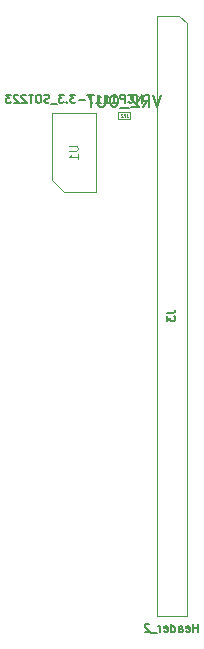
<source format=gbr>
G04 #@! TF.GenerationSoftware,KiCad,Pcbnew,(5.99.0-11673-ga90656900a)*
G04 #@! TF.CreationDate,2021-08-26T12:12:16+05:30*
G04 #@! TF.ProjectId,Mitayi-Pico-RP2040,4d697461-7969-42d5-9069-636f2d525032,0.1*
G04 #@! TF.SameCoordinates,Original*
G04 #@! TF.FileFunction,AssemblyDrawing,Bot*
%FSLAX46Y46*%
G04 Gerber Fmt 4.6, Leading zero omitted, Abs format (unit mm)*
G04 Created by KiCad (PCBNEW (5.99.0-11673-ga90656900a)) date 2021-08-26 12:12:16*
%MOMM*%
%LPD*%
G01*
G04 APERTURE LIST*
%ADD10C,0.150000*%
%ADD11C,0.120000*%
%ADD12C,0.040000*%
%ADD13C,0.100000*%
G04 APERTURE END LIST*
D10*
X155863333Y-72416666D02*
X155863333Y-71716666D01*
X155463333Y-72416666D01*
X155463333Y-71716666D01*
X154730000Y-72350000D02*
X154763333Y-72383333D01*
X154863333Y-72416666D01*
X154930000Y-72416666D01*
X155030000Y-72383333D01*
X155096666Y-72316666D01*
X155130000Y-72250000D01*
X155163333Y-72116666D01*
X155163333Y-72016666D01*
X155130000Y-71883333D01*
X155096666Y-71816666D01*
X155030000Y-71750000D01*
X154930000Y-71716666D01*
X154863333Y-71716666D01*
X154763333Y-71750000D01*
X154730000Y-71783333D01*
X154430000Y-72416666D02*
X154430000Y-71716666D01*
X154163333Y-71716666D01*
X154096666Y-71750000D01*
X154063333Y-71783333D01*
X154030000Y-71850000D01*
X154030000Y-71950000D01*
X154063333Y-72016666D01*
X154096666Y-72050000D01*
X154163333Y-72083333D01*
X154430000Y-72083333D01*
X153363333Y-72416666D02*
X153763333Y-72416666D01*
X153563333Y-72416666D02*
X153563333Y-71716666D01*
X153630000Y-71816666D01*
X153696666Y-71883333D01*
X153763333Y-71916666D01*
X152696666Y-72416666D02*
X153096666Y-72416666D01*
X152896666Y-72416666D02*
X152896666Y-71716666D01*
X152963333Y-71816666D01*
X153030000Y-71883333D01*
X153096666Y-71916666D01*
X152030000Y-72416666D02*
X152430000Y-72416666D01*
X152230000Y-72416666D02*
X152230000Y-71716666D01*
X152296666Y-71816666D01*
X152363333Y-71883333D01*
X152430000Y-71916666D01*
X151796666Y-71716666D02*
X151330000Y-71716666D01*
X151630000Y-72416666D01*
X151063333Y-72150000D02*
X150530000Y-72150000D01*
X150263333Y-71716666D02*
X149830000Y-71716666D01*
X150063333Y-71983333D01*
X149963333Y-71983333D01*
X149896666Y-72016666D01*
X149863333Y-72050000D01*
X149830000Y-72116666D01*
X149830000Y-72283333D01*
X149863333Y-72350000D01*
X149896666Y-72383333D01*
X149963333Y-72416666D01*
X150163333Y-72416666D01*
X150230000Y-72383333D01*
X150263333Y-72350000D01*
X149530000Y-72350000D02*
X149496666Y-72383333D01*
X149530000Y-72416666D01*
X149563333Y-72383333D01*
X149530000Y-72350000D01*
X149530000Y-72416666D01*
X149263333Y-71716666D02*
X148830000Y-71716666D01*
X149063333Y-71983333D01*
X148963333Y-71983333D01*
X148896666Y-72016666D01*
X148863333Y-72050000D01*
X148830000Y-72116666D01*
X148830000Y-72283333D01*
X148863333Y-72350000D01*
X148896666Y-72383333D01*
X148963333Y-72416666D01*
X149163333Y-72416666D01*
X149230000Y-72383333D01*
X149263333Y-72350000D01*
X148696666Y-72483333D02*
X148163333Y-72483333D01*
X148030000Y-72383333D02*
X147930000Y-72416666D01*
X147763333Y-72416666D01*
X147696666Y-72383333D01*
X147663333Y-72350000D01*
X147630000Y-72283333D01*
X147630000Y-72216666D01*
X147663333Y-72150000D01*
X147696666Y-72116666D01*
X147763333Y-72083333D01*
X147896666Y-72050000D01*
X147963333Y-72016666D01*
X147996666Y-71983333D01*
X148030000Y-71916666D01*
X148030000Y-71850000D01*
X147996666Y-71783333D01*
X147963333Y-71750000D01*
X147896666Y-71716666D01*
X147730000Y-71716666D01*
X147630000Y-71750000D01*
X147196666Y-71716666D02*
X147063333Y-71716666D01*
X146996666Y-71750000D01*
X146930000Y-71816666D01*
X146896666Y-71950000D01*
X146896666Y-72183333D01*
X146930000Y-72316666D01*
X146996666Y-72383333D01*
X147063333Y-72416666D01*
X147196666Y-72416666D01*
X147263333Y-72383333D01*
X147330000Y-72316666D01*
X147363333Y-72183333D01*
X147363333Y-71950000D01*
X147330000Y-71816666D01*
X147263333Y-71750000D01*
X147196666Y-71716666D01*
X146696666Y-71716666D02*
X146296666Y-71716666D01*
X146496666Y-72416666D02*
X146496666Y-71716666D01*
X146096666Y-71783333D02*
X146063333Y-71750000D01*
X145996666Y-71716666D01*
X145830000Y-71716666D01*
X145763333Y-71750000D01*
X145730000Y-71783333D01*
X145696666Y-71850000D01*
X145696666Y-71916666D01*
X145730000Y-72016666D01*
X146130000Y-72416666D01*
X145696666Y-72416666D01*
X145430000Y-71783333D02*
X145396666Y-71750000D01*
X145330000Y-71716666D01*
X145163333Y-71716666D01*
X145096666Y-71750000D01*
X145063333Y-71783333D01*
X145030000Y-71850000D01*
X145030000Y-71916666D01*
X145063333Y-72016666D01*
X145463333Y-72416666D01*
X145030000Y-72416666D01*
X144796666Y-71716666D02*
X144363333Y-71716666D01*
X144596666Y-71983333D01*
X144496666Y-71983333D01*
X144430000Y-72016666D01*
X144396666Y-72050000D01*
X144363333Y-72116666D01*
X144363333Y-72283333D01*
X144396666Y-72350000D01*
X144430000Y-72383333D01*
X144496666Y-72416666D01*
X144696666Y-72416666D01*
X144763333Y-72383333D01*
X144796666Y-72350000D01*
D11*
X149746666Y-76066666D02*
X150313333Y-76066666D01*
X150380000Y-76100000D01*
X150413333Y-76133333D01*
X150446666Y-76200000D01*
X150446666Y-76333333D01*
X150413333Y-76400000D01*
X150380000Y-76433333D01*
X150313333Y-76466666D01*
X149746666Y-76466666D01*
X150446666Y-77166666D02*
X150446666Y-76766666D01*
X150446666Y-76966666D02*
X149746666Y-76966666D01*
X149846666Y-76900000D01*
X149913333Y-76833333D01*
X149946666Y-76766666D01*
D10*
X157519047Y-71772380D02*
X157185714Y-72772380D01*
X156852380Y-71772380D01*
X155947619Y-72772380D02*
X156280952Y-72296190D01*
X156519047Y-72772380D02*
X156519047Y-71772380D01*
X156138095Y-71772380D01*
X156042857Y-71820000D01*
X155995238Y-71867619D01*
X155947619Y-71962857D01*
X155947619Y-72105714D01*
X155995238Y-72200952D01*
X156042857Y-72248571D01*
X156138095Y-72296190D01*
X156519047Y-72296190D01*
X155566666Y-71867619D02*
X155519047Y-71820000D01*
X155423809Y-71772380D01*
X155185714Y-71772380D01*
X155090476Y-71820000D01*
X155042857Y-71867619D01*
X154995238Y-71962857D01*
X154995238Y-72058095D01*
X155042857Y-72200952D01*
X155614285Y-72772380D01*
X154995238Y-72772380D01*
X154804761Y-72867619D02*
X154042857Y-72867619D01*
X153614285Y-71772380D02*
X153423809Y-71772380D01*
X153328571Y-71820000D01*
X153233333Y-71915238D01*
X153185714Y-72105714D01*
X153185714Y-72439047D01*
X153233333Y-72629523D01*
X153328571Y-72724761D01*
X153423809Y-72772380D01*
X153614285Y-72772380D01*
X153709523Y-72724761D01*
X153804761Y-72629523D01*
X153852380Y-72439047D01*
X153852380Y-72105714D01*
X153804761Y-71915238D01*
X153709523Y-71820000D01*
X153614285Y-71772380D01*
X152757142Y-71772380D02*
X152757142Y-72581904D01*
X152709523Y-72677142D01*
X152661904Y-72724761D01*
X152566666Y-72772380D01*
X152376190Y-72772380D01*
X152280952Y-72724761D01*
X152233333Y-72677142D01*
X152185714Y-72581904D01*
X152185714Y-71772380D01*
X151852380Y-71772380D02*
X151280952Y-71772380D01*
X151566666Y-72772380D02*
X151566666Y-71772380D01*
D12*
X154616666Y-73347619D02*
X154616666Y-73533333D01*
X154629047Y-73570476D01*
X154653809Y-73595238D01*
X154690952Y-73607619D01*
X154715714Y-73607619D01*
X154492857Y-73607619D02*
X154492857Y-73347619D01*
X154393809Y-73347619D01*
X154369047Y-73360000D01*
X154356666Y-73372380D01*
X154344285Y-73397142D01*
X154344285Y-73434285D01*
X154356666Y-73459047D01*
X154369047Y-73471428D01*
X154393809Y-73483809D01*
X154492857Y-73483809D01*
X154245238Y-73372380D02*
X154232857Y-73360000D01*
X154208095Y-73347619D01*
X154146190Y-73347619D01*
X154121428Y-73360000D01*
X154109047Y-73372380D01*
X154096666Y-73397142D01*
X154096666Y-73421904D01*
X154109047Y-73459047D01*
X154257619Y-73607619D01*
X154096666Y-73607619D01*
D10*
X160650000Y-117206666D02*
X160650000Y-116506666D01*
X160650000Y-116840000D02*
X160250000Y-116840000D01*
X160250000Y-117206666D02*
X160250000Y-116506666D01*
X159650000Y-117173333D02*
X159716666Y-117206666D01*
X159850000Y-117206666D01*
X159916666Y-117173333D01*
X159950000Y-117106666D01*
X159950000Y-116840000D01*
X159916666Y-116773333D01*
X159850000Y-116740000D01*
X159716666Y-116740000D01*
X159650000Y-116773333D01*
X159616666Y-116840000D01*
X159616666Y-116906666D01*
X159950000Y-116973333D01*
X159016666Y-117206666D02*
X159016666Y-116840000D01*
X159050000Y-116773333D01*
X159116666Y-116740000D01*
X159250000Y-116740000D01*
X159316666Y-116773333D01*
X159016666Y-117173333D02*
X159083333Y-117206666D01*
X159250000Y-117206666D01*
X159316666Y-117173333D01*
X159350000Y-117106666D01*
X159350000Y-117040000D01*
X159316666Y-116973333D01*
X159250000Y-116940000D01*
X159083333Y-116940000D01*
X159016666Y-116906666D01*
X158383333Y-117206666D02*
X158383333Y-116506666D01*
X158383333Y-117173333D02*
X158450000Y-117206666D01*
X158583333Y-117206666D01*
X158650000Y-117173333D01*
X158683333Y-117140000D01*
X158716666Y-117073333D01*
X158716666Y-116873333D01*
X158683333Y-116806666D01*
X158650000Y-116773333D01*
X158583333Y-116740000D01*
X158450000Y-116740000D01*
X158383333Y-116773333D01*
X157783333Y-117173333D02*
X157850000Y-117206666D01*
X157983333Y-117206666D01*
X158050000Y-117173333D01*
X158083333Y-117106666D01*
X158083333Y-116840000D01*
X158050000Y-116773333D01*
X157983333Y-116740000D01*
X157850000Y-116740000D01*
X157783333Y-116773333D01*
X157750000Y-116840000D01*
X157750000Y-116906666D01*
X158083333Y-116973333D01*
X157450000Y-117206666D02*
X157450000Y-116740000D01*
X157450000Y-116873333D02*
X157416666Y-116806666D01*
X157383333Y-116773333D01*
X157316666Y-116740000D01*
X157250000Y-116740000D01*
X157183333Y-117273333D02*
X156650000Y-117273333D01*
X156516666Y-116573333D02*
X156483333Y-116540000D01*
X156416666Y-116506666D01*
X156250000Y-116506666D01*
X156183333Y-116540000D01*
X156150000Y-116573333D01*
X156116666Y-116640000D01*
X156116666Y-116706666D01*
X156150000Y-116806666D01*
X156550000Y-117206666D01*
X156116666Y-117206666D01*
X158016666Y-90196666D02*
X158516666Y-90196666D01*
X158616666Y-90163333D01*
X158683333Y-90096666D01*
X158716666Y-89996666D01*
X158716666Y-89930000D01*
X158016666Y-90463333D02*
X158016666Y-90896666D01*
X158283333Y-90663333D01*
X158283333Y-90763333D01*
X158316666Y-90830000D01*
X158350000Y-90863333D01*
X158416666Y-90896666D01*
X158583333Y-90896666D01*
X158650000Y-90863333D01*
X158683333Y-90830000D01*
X158716666Y-90763333D01*
X158716666Y-90563333D01*
X158683333Y-90496666D01*
X158650000Y-90463333D01*
D13*
X149280000Y-79950000D02*
X151980000Y-79950000D01*
X148280000Y-78950000D02*
X149280000Y-79950000D01*
X148280000Y-78950000D02*
X148280000Y-73250000D01*
X148280000Y-73250000D02*
X151980000Y-73250000D01*
X151980000Y-79950000D02*
X151980000Y-73250000D01*
X153875000Y-73220000D02*
X153875000Y-73760000D01*
X154925000Y-73760000D02*
X154925000Y-73220000D01*
X153875000Y-73760000D02*
X154925000Y-73760000D01*
X154925000Y-73220000D02*
X153875000Y-73220000D01*
X157130000Y-65030000D02*
X157130000Y-115830000D01*
X159670000Y-65665000D02*
X159035000Y-65030000D01*
X157130000Y-115830000D02*
X159670000Y-115830000D01*
X159035000Y-65030000D02*
X157130000Y-65030000D01*
X159670000Y-115830000D02*
X159670000Y-65665000D01*
M02*

</source>
